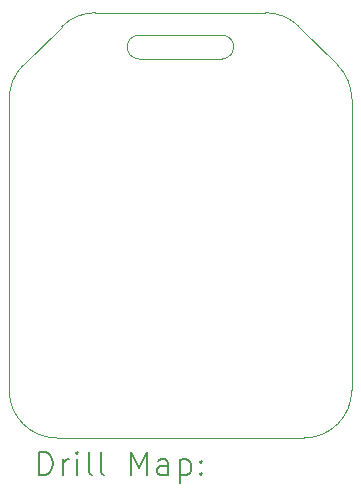
<source format=gbr>
%TF.GenerationSoftware,KiCad,Pcbnew,(6.0.7-1)-1*%
%TF.CreationDate,2022-09-29T17:50:34+03:00*%
%TF.ProjectId,Flux_Capacitor_Micro,466c7578-5f43-4617-9061-6369746f725f,3.0A*%
%TF.SameCoordinates,PX86594f8PY6db8610*%
%TF.FileFunction,Drillmap*%
%TF.FilePolarity,Positive*%
%FSLAX45Y45*%
G04 Gerber Fmt 4.5, Leading zero omitted, Abs format (unit mm)*
G04 Created by KiCad (PCBNEW (6.0.7-1)-1) date 2022-09-29 17:50:34*
%MOMM*%
%LPD*%
G01*
G04 APERTURE LIST*
%ADD10C,0.100000*%
%ADD11C,0.200000*%
G04 APERTURE END LIST*
D10*
X2497500Y0D02*
X402500Y0D01*
X2454611Y3482110D02*
G75*
G03*
X2170000Y3600000I-284611J-284611D01*
G01*
X117889Y3154610D02*
G75*
G03*
X0Y2870000I284610J-284611D01*
G01*
X1100000Y3410000D02*
X1800000Y3410000D01*
X730000Y3600000D02*
G75*
G03*
X445389Y3482110I0J-402500D01*
G01*
X2900000Y2870000D02*
G75*
G03*
X2782111Y3154610I-402500J0D01*
G01*
X2497500Y0D02*
G75*
G03*
X2900000Y402500I0J402500D01*
G01*
X1800000Y3210000D02*
X1100000Y3210000D01*
X2782111Y3154610D02*
X2454611Y3482110D01*
X0Y402500D02*
X0Y2870000D01*
X2900000Y2870000D02*
X2900000Y402500D01*
X730000Y3600000D02*
X2170000Y3600000D01*
X1800000Y3210000D02*
G75*
G03*
X1800000Y3410000I0J100000D01*
G01*
X445389Y3482110D02*
X117889Y3154610D01*
X0Y402500D02*
G75*
G03*
X402500Y0I402500J0D01*
G01*
X1100000Y3410000D02*
G75*
G03*
X1100000Y3210000I0J-100000D01*
G01*
D11*
X252619Y-315476D02*
X252619Y-115476D01*
X300238Y-115476D01*
X328810Y-125000D01*
X347857Y-144048D01*
X357381Y-163095D01*
X366905Y-201190D01*
X366905Y-229762D01*
X357381Y-267857D01*
X347857Y-286905D01*
X328810Y-305952D01*
X300238Y-315476D01*
X252619Y-315476D01*
X452619Y-315476D02*
X452619Y-182143D01*
X452619Y-220238D02*
X462143Y-201190D01*
X471667Y-191667D01*
X490714Y-182143D01*
X509762Y-182143D01*
X576429Y-315476D02*
X576429Y-182143D01*
X576429Y-115476D02*
X566905Y-125000D01*
X576429Y-134524D01*
X585952Y-125000D01*
X576429Y-115476D01*
X576429Y-134524D01*
X700238Y-315476D02*
X681190Y-305952D01*
X671667Y-286905D01*
X671667Y-115476D01*
X805000Y-315476D02*
X785952Y-305952D01*
X776428Y-286905D01*
X776428Y-115476D01*
X1033571Y-315476D02*
X1033571Y-115476D01*
X1100238Y-258333D01*
X1166905Y-115476D01*
X1166905Y-315476D01*
X1347857Y-315476D02*
X1347857Y-210714D01*
X1338333Y-191667D01*
X1319286Y-182143D01*
X1281190Y-182143D01*
X1262143Y-191667D01*
X1347857Y-305952D02*
X1328810Y-315476D01*
X1281190Y-315476D01*
X1262143Y-305952D01*
X1252619Y-286905D01*
X1252619Y-267857D01*
X1262143Y-248809D01*
X1281190Y-239286D01*
X1328810Y-239286D01*
X1347857Y-229762D01*
X1443095Y-182143D02*
X1443095Y-382143D01*
X1443095Y-191667D02*
X1462143Y-182143D01*
X1500238Y-182143D01*
X1519286Y-191667D01*
X1528809Y-201190D01*
X1538333Y-220238D01*
X1538333Y-277381D01*
X1528809Y-296429D01*
X1519286Y-305952D01*
X1500238Y-315476D01*
X1462143Y-315476D01*
X1443095Y-305952D01*
X1624048Y-296429D02*
X1633571Y-305952D01*
X1624048Y-315476D01*
X1614524Y-305952D01*
X1624048Y-296429D01*
X1624048Y-315476D01*
X1624048Y-191667D02*
X1633571Y-201190D01*
X1624048Y-210714D01*
X1614524Y-201190D01*
X1624048Y-191667D01*
X1624048Y-210714D01*
M02*

</source>
